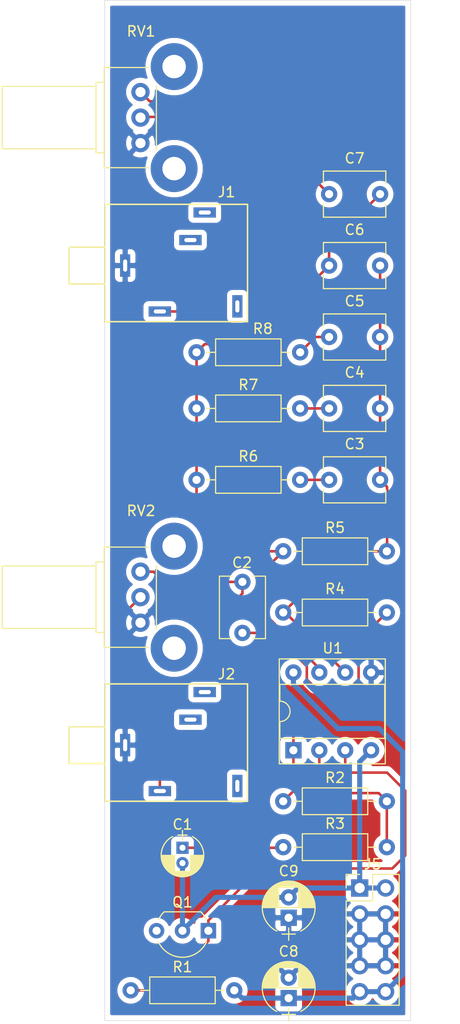
<source format=kicad_pcb>
(kicad_pcb (version 20171130) (host pcbnew "(5.1.5)-3")
  (layers (0 F.Cu signal) (31 B.Cu signal) (34 B.Paste user) (35 F.Paste user) (36 B.SilkS user) (37 F.SilkS user) (38 B.Mask user) (39 F.Mask user) (44 Edge.Cuts user))
  (net 0 "")
  (net 1 "Net-(C2-Pad2)")
  (net 2 "Net-(C7-Pad1)")
  (net 3 GND)
  (net 4 "Net-(J1-Pad2)")
  (net 5 "Net-(J1-Pad3)")
  (net 6 "Net-(J2-Pad3)")
  (net 7 "Net-(J2-Pad2)")
  (net 8 -12v)
  (net 9 "Net-(C1-Pad1)")
  (net 10 "Net-(C2-Pad1)")
  (net 11 "Net-(C3-Pad2)")
  (net 12 "Net-(C3-Pad1)")
  (net 13 "Net-(C4-Pad1)")
  (net 14 "Net-(C5-Pad1)")
  (net 15 "Net-(C6-Pad1)")
  (net 16 +12v)
  (net 17 "Net-(Q1-Pad1)")
  (net 18 "Net-(Q1-Pad3)")
  (net 19 "Net-(R2-Pad2)")
  (module Custom_Library:Mono_Jack_3.5mm_Switch_Switchcraft_35RAPC2AH3 (layer F.Cu) (at 0 26)
    (fp_text reference J1 (at 11.938 -7.204) (layer F.SilkS))
    (fp_text value AudioJack1_Switch)
    (pad ~ thru_hole rect (at 9.8 -5.2) (size 2.2 1) (drill oval 1.2 0.4) (layers *.Cu *.Mask))
    (pad ~ thru_hole rect (at 8.4 -2.5) (size 2.2 1) (drill oval 1.2 0.4) (layers *.Cu *.Mask))
    (pad 2 thru_hole rect (at 13 4) (size 1 2.2) (drill oval 0.4 1.2) (layers *.Cu *.Mask) (net 4 "Net-(J1-Pad2)"))
    (pad 3 thru_hole rect (at 5.4 4.5) (size 2.2 1) (drill oval 1.2 0.4) (layers *.Cu *.Mask) (net 5 "Net-(J1-Pad3)"))
    (pad 1 thru_hole rect (at 2 0) (size 1 2.2) (drill oval 0.4 1.2) (layers *.Cu *.Mask) (net 3 GND))
  )
  (module Custom_Library:Mono_Jack_3.5mm_Switch_Switchcraft_35RAPC2AH3 (layer F.Cu) (at 0 73)
    (fp_text reference J2 (at 11.938 -6.96) (layer F.SilkS))
    (fp_text value AudioJack1_Switch)
    (pad 1 thru_hole rect (at 2 0) (size 1 2.2) (drill oval 0.4 1.2) (layers *.Cu *.Mask) (net 3 GND))
    (pad 3 thru_hole rect (at 5.4 4.5) (size 2.2 1) (drill oval 1.2 0.4) (layers *.Cu *.Mask) (net 6 "Net-(J2-Pad3)"))
    (pad 2 thru_hole rect (at 13 4) (size 1 2.2) (drill oval 0.4 1.2) (layers *.Cu *.Mask) (net 7 "Net-(J2-Pad2)"))
    (pad ~ thru_hole rect (at 8.4 -2.5) (size 2.2 1) (drill oval 1.2 0.4) (layers *.Cu *.Mask))
    (pad ~ thru_hole rect (at 9.8 -5.2) (size 2.2 1) (drill oval 1.2 0.4) (layers *.Cu *.Mask))
  )
  (module Potentiometers:Potentiometer_Bourns_PTV09A-2_Vertical (layer F.Cu) (at 3.5 9 180)
    (fp_text reference RV1 (at -0.056 5.952) (layer F.SilkS))
    (fp_text value 20k)
    (pad 3 thru_hole circle (at 0 -5 180) (size 1.8 1.8) (drill 1) (layers *.Cu *.Mask) (net 3 GND))
    (pad 2 thru_hole circle (at 0 -2.5 180) (size 1.8 1.8) (drill 1) (layers *.Cu *.Mask) (net 5 "Net-(J1-Pad3)"))
    (pad 1 thru_hole circle (at 0 0 180) (size 1.8 1.8) (drill 1) (layers *.Cu *.Mask) (net 2 "Net-(C7-Pad1)"))
    (pad 0 thru_hole circle (at -3.3 -7.5 180) (size 4.6 4.6) (drill 2.3) (layers *.Cu *.Mask))
    (pad 0 thru_hole circle (at -3.3 2.5 180) (size 4.6 4.6) (drill 2.3) (layers *.Cu *.Mask))
  )
  (module Potentiometers:Potentiometer_Bourns_PTV09A-2_Vertical (layer F.Cu) (at 3.5 56 180)
    (fp_text reference RV2 (at -0.056 5.962) (layer F.SilkS))
    (fp_text value 20k)
    (pad 0 thru_hole circle (at -3.3 2.5 180) (size 4.6 4.6) (drill 2.3) (layers *.Cu *.Mask))
    (pad 0 thru_hole circle (at -3.3 -7.5 180) (size 4.6 4.6) (drill 2.3) (layers *.Cu *.Mask))
    (pad 1 thru_hole circle (at 0 0 180) (size 1.8 1.8) (drill 1) (layers *.Cu *.Mask) (net 1 "Net-(C2-Pad2)"))
    (pad 2 thru_hole circle (at 0 -2.5 180) (size 1.8 1.8) (drill 1) (layers *.Cu *.Mask) (net 6 "Net-(J2-Pad3)"))
    (pad 3 thru_hole circle (at 0 -5 180) (size 1.8 1.8) (drill 1) (layers *.Cu *.Mask) (net 3 GND))
  )
  (module Capacitors_THT:CP_Radial_D4.0mm_P1.50mm (layer F.Cu) (at 7.62 83.058 270)
    (fp_text reference C1 (at -2.286 0 180) (layer F.SilkS))
    (fp_text value 10u)
    (pad 2 thru_hole circle (at 1.5 0 270) (size 1.2 1.2) (drill 0.6) (layers *.Cu *.Mask) (net 8 -12v))
    (pad 1 thru_hole rect (at 0 0 270) (size 1.2 1.2) (drill 0.6) (layers *.Cu *.Mask) (net 9 "Net-(C1-Pad1)"))
  )
  (module Capacitors_THT:C_Disc_D6.0mm_W4.4mm_P5.00mm (layer F.Cu) (at 13.5 62 90)
    (fp_text reference C2 (at 6.882 -0.038 180) (layer F.SilkS))
    (fp_text value 10u)
    (pad 1 thru_hole circle (at 0 0 90) (size 1.6 1.6) (drill 0.8) (layers *.Cu *.Mask) (net 10 "Net-(C2-Pad1)"))
    (pad 2 thru_hole circle (at 5 0 90) (size 1.6 1.6) (drill 0.8) (layers *.Cu *.Mask) (net 1 "Net-(C2-Pad2)"))
  )
  (module Capacitors_THT:C_Disc_D6.0mm_W4.4mm_P5.00mm (layer F.Cu) (at 22 47)
    (fp_text reference C3 (at 2.5 -3.51) (layer F.SilkS))
    (fp_text value 820p)
    (pad 2 thru_hole circle (at 5 0) (size 1.6 1.6) (drill 0.8) (layers *.Cu *.Mask) (net 11 "Net-(C3-Pad2)"))
    (pad 1 thru_hole circle (at 0 0) (size 1.6 1.6) (drill 0.8) (layers *.Cu *.Mask) (net 12 "Net-(C3-Pad1)"))
  )
  (module Capacitors_THT:C_Disc_D6.0mm_W4.4mm_P5.00mm (layer F.Cu) (at 22 40)
    (fp_text reference C4 (at 2.5 -3.51) (layer F.SilkS))
    (fp_text value 2n2)
    (pad 1 thru_hole circle (at 0 0) (size 1.6 1.6) (drill 0.8) (layers *.Cu *.Mask) (net 13 "Net-(C4-Pad1)"))
    (pad 2 thru_hole circle (at 5 0) (size 1.6 1.6) (drill 0.8) (layers *.Cu *.Mask) (net 11 "Net-(C3-Pad2)"))
  )
  (module Capacitors_THT:C_Disc_D6.0mm_W4.4mm_P5.00mm (layer F.Cu) (at 22 33)
    (fp_text reference C5 (at 2.5 -3.51) (layer F.SilkS))
    (fp_text value 4n7)
    (pad 2 thru_hole circle (at 5 0) (size 1.6 1.6) (drill 0.8) (layers *.Cu *.Mask) (net 11 "Net-(C3-Pad2)"))
    (pad 1 thru_hole circle (at 0 0) (size 1.6 1.6) (drill 0.8) (layers *.Cu *.Mask) (net 14 "Net-(C5-Pad1)"))
  )
  (module Capacitors_THT:C_Disc_D6.0mm_W4.4mm_P5.00mm (layer F.Cu) (at 22 26)
    (fp_text reference C6 (at 2.5 -3.51) (layer F.SilkS))
    (fp_text value 1n)
    (pad 1 thru_hole circle (at 0 0) (size 1.6 1.6) (drill 0.8) (layers *.Cu *.Mask) (net 15 "Net-(C6-Pad1)"))
    (pad 2 thru_hole circle (at 5 0) (size 1.6 1.6) (drill 0.8) (layers *.Cu *.Mask) (net 11 "Net-(C3-Pad2)"))
  )
  (module Capacitors_THT:C_Disc_D6.0mm_W4.4mm_P5.00mm (layer F.Cu) (at 22 19)
    (fp_text reference C7 (at 2.5 -3.51) (layer F.SilkS))
    (fp_text value 10u)
    (pad 2 thru_hole circle (at 5 0) (size 1.6 1.6) (drill 0.8) (layers *.Cu *.Mask) (net 15 "Net-(C6-Pad1)"))
    (pad 1 thru_hole circle (at 0 0) (size 1.6 1.6) (drill 0.8) (layers *.Cu *.Mask) (net 2 "Net-(C7-Pad1)"))
  )
  (module Capacitors_THT:CP_Radial_D5.0mm_P2.00mm (layer F.Cu) (at 18.034 97.79 90)
    (fp_text reference C8 (at 4.572 0 180) (layer F.SilkS))
    (fp_text value 100u)
    (pad 2 thru_hole circle (at 2 0 90) (size 1.6 1.6) (drill 0.8) (layers *.Cu *.Mask) (net 3 GND))
    (pad 1 thru_hole rect (at 0 0 90) (size 1.6 1.6) (drill 0.8) (layers *.Cu *.Mask) (net 16 +12v))
  )
  (module Capacitors_THT:CP_Radial_D5.0mm_P2.00mm (layer F.Cu) (at 18.034 89.916 90)
    (fp_text reference C9 (at 4.572 0 180) (layer F.SilkS))
    (fp_text value 100u)
    (pad 1 thru_hole rect (at 0 0 90) (size 1.6 1.6) (drill 0.8) (layers *.Cu *.Mask) (net 3 GND))
    (pad 2 thru_hole circle (at 2 0 90) (size 1.6 1.6) (drill 0.8) (layers *.Cu *.Mask) (net 8 -12v))
  )
  (module Pin_Headers:Pin_Header_Straight_2x05_Pitch2.54mm (layer F.Cu) (at 25 87)
    (fp_text reference J5 (at 1.27 -2.33) (layer F.SilkS))
    (fp_text value Conn_02x05_Odd_Even)
    (pad 10 thru_hole oval (at 2.54 10.16) (size 1.7 1.7) (drill 1) (layers *.Cu *.Mask) (net 16 +12v))
    (pad 9 thru_hole oval (at 0 10.16) (size 1.7 1.7) (drill 1) (layers *.Cu *.Mask) (net 16 +12v))
    (pad 8 thru_hole oval (at 2.54 7.62) (size 1.7 1.7) (drill 1) (layers *.Cu *.Mask) (net 3 GND))
    (pad 7 thru_hole oval (at 0 7.62) (size 1.7 1.7) (drill 1) (layers *.Cu *.Mask) (net 3 GND))
    (pad 6 thru_hole oval (at 2.54 5.08) (size 1.7 1.7) (drill 1) (layers *.Cu *.Mask) (net 3 GND))
    (pad 5 thru_hole oval (at 0 5.08) (size 1.7 1.7) (drill 1) (layers *.Cu *.Mask) (net 3 GND))
    (pad 4 thru_hole oval (at 2.54 2.54) (size 1.7 1.7) (drill 1) (layers *.Cu *.Mask) (net 3 GND))
    (pad 3 thru_hole oval (at 0 2.54) (size 1.7 1.7) (drill 1) (layers *.Cu *.Mask) (net 3 GND))
    (pad 2 thru_hole oval (at 2.54 0) (size 1.7 1.7) (drill 1) (layers *.Cu *.Mask) (net 8 -12v))
    (pad 1 thru_hole rect (at 0 0) (size 1.7 1.7) (drill 1) (layers *.Cu *.Mask) (net 8 -12v))
  )
  (module TO_SOT_Packages_THT:TO-92_Inline_Wide (layer F.Cu) (at 10.16 91.186 180)
    (fp_text reference Q1 (at 2.54 2.794 180) (layer F.SilkS))
    (fp_text value 2N3904)
    (pad 1 thru_hole rect (at 0 0 270) (size 1.52 1.52) (drill 0.8) (layers *.Cu *.Mask) (net 17 "Net-(Q1-Pad1)"))
    (pad 3 thru_hole circle (at 5.08 0 270) (size 1.52 1.52) (drill 0.8) (layers *.Cu *.Mask) (net 18 "Net-(Q1-Pad3)"))
    (pad 2 thru_hole circle (at 2.54 0 270) (size 1.52 1.52) (drill 0.8) (layers *.Cu *.Mask) (net 8 -12v))
  )
  (module Resistors_THT:R_Axial_DIN0207_L6.3mm_D2.5mm_P10.16mm_Horizontal (layer F.Cu) (at 12.7 97.028 180)
    (fp_text reference R1 (at 5.08 2.286) (layer F.SilkS))
    (fp_text value 100k)
    (pad 2 thru_hole oval (at 10.16 0 180) (size 1.6 1.6) (drill 0.8) (layers *.Cu *.Mask) (net 17 "Net-(Q1-Pad1)"))
    (pad 1 thru_hole circle (at 0 0 180) (size 1.6 1.6) (drill 0.8) (layers *.Cu *.Mask) (net 16 +12v))
  )
  (module Resistors_THT:R_Axial_DIN0207_L6.3mm_D2.5mm_P10.16mm_Horizontal (layer F.Cu) (at 17.5 78.5)
    (fp_text reference R2 (at 5.08 -2.31) (layer F.SilkS))
    (fp_text value 100k)
    (pad 1 thru_hole circle (at 0 0) (size 1.6 1.6) (drill 0.8) (layers *.Cu *.Mask) (net 1 "Net-(C2-Pad2)"))
    (pad 2 thru_hole oval (at 10.16 0) (size 1.6 1.6) (drill 0.8) (layers *.Cu *.Mask) (net 19 "Net-(R2-Pad2)"))
  )
  (module Resistors_THT:R_Axial_DIN0207_L6.3mm_D2.5mm_P10.16mm_Horizontal (layer F.Cu) (at 17.5 83)
    (fp_text reference R3 (at 5.08 -2.31) (layer F.SilkS))
    (fp_text value 10k)
    (pad 2 thru_hole oval (at 10.16 0) (size 1.6 1.6) (drill 0.8) (layers *.Cu *.Mask) (net 19 "Net-(R2-Pad2)"))
    (pad 1 thru_hole circle (at 0 0) (size 1.6 1.6) (drill 0.8) (layers *.Cu *.Mask) (net 9 "Net-(C1-Pad1)"))
  )
  (module Resistors_THT:R_Axial_DIN0207_L6.3mm_D2.5mm_P10.16mm_Horizontal (layer F.Cu) (at 17.5 60)
    (fp_text reference R4 (at 5.08 -2.31) (layer F.SilkS))
    (fp_text value 10k)
    (pad 1 thru_hole circle (at 0 0) (size 1.6 1.6) (drill 0.8) (layers *.Cu *.Mask) (net 11 "Net-(C3-Pad2)"))
    (pad 2 thru_hole oval (at 10.16 0) (size 1.6 1.6) (drill 0.8) (layers *.Cu *.Mask) (net 10 "Net-(C2-Pad1)"))
  )
  (module Resistors_THT:R_Axial_DIN0207_L6.3mm_D2.5mm_P10.16mm_Horizontal (layer F.Cu) (at 17.5 54)
    (fp_text reference R5 (at 5.08 -2.31) (layer F.SilkS))
    (fp_text value 1m)
    (pad 1 thru_hole circle (at 0 0) (size 1.6 1.6) (drill 0.8) (layers *.Cu *.Mask) (net 15 "Net-(C6-Pad1)"))
    (pad 2 thru_hole oval (at 10.16 0) (size 1.6 1.6) (drill 0.8) (layers *.Cu *.Mask) (net 11 "Net-(C3-Pad2)"))
  )
  (module Resistors_THT:R_Axial_DIN0207_L6.3mm_D2.5mm_P10.16mm_Horizontal (layer F.Cu) (at 9 47)
    (fp_text reference R6 (at 5.08 -2.31) (layer F.SilkS))
    (fp_text value 18k)
    (pad 2 thru_hole oval (at 10.16 0) (size 1.6 1.6) (drill 0.8) (layers *.Cu *.Mask) (net 12 "Net-(C3-Pad1)"))
    (pad 1 thru_hole circle (at 0 0) (size 1.6 1.6) (drill 0.8) (layers *.Cu *.Mask) (net 15 "Net-(C6-Pad1)"))
  )
  (module Resistors_THT:R_Axial_DIN0207_L6.3mm_D2.5mm_P10.16mm_Horizontal (layer F.Cu) (at 9 40)
    (fp_text reference R7 (at 5.08 -2.31) (layer F.SilkS))
    (fp_text value 100k)
    (pad 2 thru_hole oval (at 10.16 0) (size 1.6 1.6) (drill 0.8) (layers *.Cu *.Mask) (net 13 "Net-(C4-Pad1)"))
    (pad 1 thru_hole circle (at 0 0) (size 1.6 1.6) (drill 0.8) (layers *.Cu *.Mask) (net 15 "Net-(C6-Pad1)"))
  )
  (module Resistors_THT:R_Axial_DIN0207_L6.3mm_D2.5mm_P10.16mm_Horizontal (layer F.Cu) (at 9 34.5)
    (fp_text reference R8 (at 6.494 -2.31) (layer F.SilkS))
    (fp_text value 330k)
    (pad 1 thru_hole circle (at 0 0) (size 1.6 1.6) (drill 0.8) (layers *.Cu *.Mask) (net 15 "Net-(C6-Pad1)"))
    (pad 2 thru_hole oval (at 10.16 0) (size 1.6 1.6) (drill 0.8) (layers *.Cu *.Mask) (net 14 "Net-(C5-Pad1)"))
  )
  (module Housings_DIP:DIP-8_W7.62mm_Socket (layer F.Cu) (at 18.5 73.5 90)
    (fp_text reference U1 (at 10 3.852 180) (layer F.SilkS))
    (fp_text value TL072)
    (pad 8 thru_hole oval (at 7.62 0 90) (size 1.6 1.6) (drill 0.8) (layers *.Cu *.Mask) (net 16 +12v))
    (pad 4 thru_hole oval (at 0 7.62 90) (size 1.6 1.6) (drill 0.8) (layers *.Cu *.Mask) (net 8 -12v))
    (pad 7 thru_hole oval (at 7.62 2.54 90) (size 1.6 1.6) (drill 0.8) (layers *.Cu *.Mask) (net 15 "Net-(C6-Pad1)"))
    (pad 3 thru_hole oval (at 0 5.08 90) (size 1.6 1.6) (drill 0.8) (layers *.Cu *.Mask) (net 17 "Net-(Q1-Pad1)"))
    (pad 6 thru_hole oval (at 7.62 5.08 90) (size 1.6 1.6) (drill 0.8) (layers *.Cu *.Mask) (net 11 "Net-(C3-Pad2)"))
    (pad 2 thru_hole oval (at 0 2.54 90) (size 1.6 1.6) (drill 0.8) (layers *.Cu *.Mask) (net 19 "Net-(R2-Pad2)"))
    (pad 5 thru_hole oval (at 7.62 7.62 90) (size 1.6 1.6) (drill 0.8) (layers *.Cu *.Mask) (net 3 GND))
    (pad 1 thru_hole rect (at 0 0 90) (size 1.6 1.6) (drill 0.8) (layers *.Cu *.Mask) (net 1 "Net-(C2-Pad2)"))
  )
  (gr_line (start 0 0) (end 30 0) (layer Edge.Cuts) (width 0.05))
  (gr_line (start 30 0) (end 30 100) (layer Edge.Cuts) (width 0.05))
  (gr_line (start 0 100) (end 30 100) (layer Edge.Cuts) (width 0.05))
  (gr_line (start 0 0) (end 0 100) (layer Edge.Cuts) (width 0.05))
  (segment (start 12.36863 57) (end 13.5 57) (width 0.25) (layer F.Cu) (net 1))
  (segment (start 5.772792 57) (end 12.36863 57) (width 0.25) (layer F.Cu) (net 1))
  (segment (start 4.772792 56) (end 5.772792 57) (width 0.25) (layer F.Cu) (net 1))
  (segment (start 3.5 56) (end 4.772792 56) (width 0.25) (layer F.Cu) (net 1))
  (segment (start 18.5 77.5) (end 17.5 78.5) (width 0.25) (layer F.Cu) (net 1))
  (segment (start 18.5 73.5) (end 18.5 77.5) (width 0.25) (layer F.Cu) (net 1))
  (segment (start 11.938 62.484) (end 18.5 69.046) (width 0.25) (layer F.Cu) (net 1))
  (segment (start 11.938 59.69337) (end 11.938 62.484) (width 0.25) (layer F.Cu) (net 1))
  (segment (start 13.5 57) (end 13.5 58.13137) (width 0.25) (layer F.Cu) (net 1))
  (segment (start 18.5 69.046) (end 18.5 73.5) (width 0.25) (layer F.Cu) (net 1))
  (segment (start 13.5 58.13137) (end 11.938 59.69337) (width 0.25) (layer F.Cu) (net 1))
  (segment (start 4.406 9.906) (end 3.5 9) (width 0.25) (layer F.Cu) (net 2))
  (segment (start 22 19) (end 12.906 9.906) (width 0.25) (layer F.Cu) (net 2))
  (segment (start 12.906 9.906) (end 4.406 9.906) (width 0.25) (layer F.Cu) (net 2))
  (segment (start 7.6 30.5) (end 5.4 30.5) (width 0.25) (layer F.Cu) (net 5))
  (segment (start 3.57 11.43) (end 8.89 11.43) (width 0.25) (layer F.Cu) (net 5))
  (segment (start 3.5 11.5) (end 3.57 11.43) (width 0.25) (layer F.Cu) (net 5))
  (segment (start 8.89 11.43) (end 15.494 18.034) (width 0.25) (layer F.Cu) (net 5))
  (segment (start 15.494 18.034) (end 15.494 22.606) (width 0.25) (layer F.Cu) (net 5))
  (segment (start 15.494 22.606) (end 7.6 30.5) (width 0.25) (layer F.Cu) (net 5))
  (segment (start 3.5 58.5) (end 1.778 60.222) (width 0.25) (layer F.Cu) (net 6))
  (segment (start 1.778 60.222) (end 1.778 65.024) (width 0.25) (layer F.Cu) (net 6))
  (segment (start 5.4 68.646) (end 5.4 77.5) (width 0.25) (layer F.Cu) (net 6))
  (segment (start 1.778 65.024) (end 5.4 68.646) (width 0.25) (layer F.Cu) (net 6))
  (segment (start 27.54 87) (end 25 87) (width 0.5) (layer B.Cu) (net 8))
  (segment (start 18.95 87) (end 18.034 87.916) (width 0.5) (layer B.Cu) (net 8))
  (segment (start 25 87) (end 18.95 87) (width 0.5) (layer B.Cu) (net 8))
  (segment (start 10.89 87.916) (end 7.62 91.186) (width 0.5) (layer B.Cu) (net 8))
  (segment (start 18.034 87.916) (end 10.89 87.916) (width 0.5) (layer B.Cu) (net 8))
  (segment (start 7.62 84.558) (end 7.62 91.186) (width 0.5) (layer B.Cu) (net 8))
  (segment (start 25 74.62) (end 26.12 73.5) (width 0.5) (layer B.Cu) (net 8))
  (segment (start 25 87) (end 25 74.62) (width 0.5) (layer B.Cu) (net 8))
  (segment (start 17.442 83.058) (end 17.5 83) (width 0.25) (layer F.Cu) (net 9))
  (segment (start 7.62 83.058) (end 17.442 83.058) (width 0.25) (layer F.Cu) (net 9))
  (segment (start 24.892 62.768) (end 26.860001 60.799999) (width 0.25) (layer F.Cu) (net 10))
  (segment (start 24.892 66.548) (end 24.892 62.768) (width 0.25) (layer F.Cu) (net 10))
  (segment (start 24.13 67.31) (end 24.892 66.548) (width 0.25) (layer F.Cu) (net 10))
  (segment (start 26.860001 60.799999) (end 27.66 60) (width 0.25) (layer F.Cu) (net 10))
  (segment (start 16.534 62) (end 19.812 65.278) (width 0.25) (layer F.Cu) (net 10))
  (segment (start 19.812 65.278) (end 19.812 66.559501) (width 0.25) (layer F.Cu) (net 10))
  (segment (start 20.562499 67.31) (end 24.13 67.31) (width 0.25) (layer F.Cu) (net 10))
  (segment (start 13.5 62) (end 16.534 62) (width 0.25) (layer F.Cu) (net 10))
  (segment (start 19.812 66.559501) (end 20.562499 67.31) (width 0.25) (layer F.Cu) (net 10))
  (segment (start 17.7 60) (end 17.5 60) (width 0.25) (layer F.Cu) (net 11))
  (segment (start 23.58 65.88) (end 17.7 60) (width 0.25) (layer F.Cu) (net 11))
  (segment (start 23.5 54) (end 27.66 54) (width 0.25) (layer F.Cu) (net 11))
  (segment (start 17.5 60) (end 23.5 54) (width 0.25) (layer F.Cu) (net 11))
  (segment (start 27 47) (end 27.686 47.686) (width 0.25) (layer F.Cu) (net 11))
  (segment (start 27.686 53.974) (end 27.66 54) (width 0.25) (layer F.Cu) (net 11))
  (segment (start 27.686 47.686) (end 27.686 53.974) (width 0.25) (layer F.Cu) (net 11))
  (segment (start 27 45.86863) (end 27 40) (width 0.25) (layer F.Cu) (net 11))
  (segment (start 27 47) (end 27 45.86863) (width 0.25) (layer F.Cu) (net 11))
  (segment (start 27 27.13137) (end 27 33) (width 0.25) (layer F.Cu) (net 11))
  (segment (start 27 26) (end 27 27.13137) (width 0.25) (layer F.Cu) (net 11))
  (segment (start 27 33) (end 27 40) (width 0.25) (layer F.Cu) (net 11))
  (segment (start 19.16 47) (end 22 47) (width 0.25) (layer F.Cu) (net 12))
  (segment (start 20.29137 40) (end 22 40) (width 0.25) (layer F.Cu) (net 13))
  (segment (start 19.16 40) (end 20.29137 40) (width 0.25) (layer F.Cu) (net 13))
  (segment (start 20.66 33) (end 22 33) (width 0.25) (layer F.Cu) (net 14))
  (segment (start 19.16 34.5) (end 20.66 33) (width 0.25) (layer F.Cu) (net 14))
  (segment (start 16.700001 54.799999) (end 17.5 54) (width 0.25) (layer F.Cu) (net 15))
  (segment (start 16.002 60.452) (end 16.002 55.498) (width 0.25) (layer F.Cu) (net 15))
  (segment (start 16.002 55.498) (end 16.700001 54.799999) (width 0.25) (layer F.Cu) (net 15))
  (segment (start 21.04 65.88) (end 21.04 65.49) (width 0.25) (layer F.Cu) (net 15))
  (segment (start 21.04 65.49) (end 16.002 60.452) (width 0.25) (layer F.Cu) (net 15))
  (segment (start 9 48.37) (end 9 47) (width 0.25) (layer F.Cu) (net 15))
  (segment (start 17.5 54) (end 14.63 54) (width 0.25) (layer F.Cu) (net 15))
  (segment (start 14.63 54) (end 9 48.37) (width 0.25) (layer F.Cu) (net 15))
  (segment (start 9 47) (end 9 34.5) (width 0.25) (layer F.Cu) (net 15))
  (segment (start 21.200001 26.799999) (end 22 26) (width 0.25) (layer F.Cu) (net 15))
  (segment (start 14.299999 33.700001) (end 21.200001 26.799999) (width 0.25) (layer F.Cu) (net 15))
  (segment (start 9.799999 33.700001) (end 14.299999 33.700001) (width 0.25) (layer F.Cu) (net 15))
  (segment (start 9 34.5) (end 9.799999 33.700001) (width 0.25) (layer F.Cu) (net 15))
  (segment (start 22 24) (end 27 19) (width 0.25) (layer F.Cu) (net 15))
  (segment (start 22 26) (end 22 24) (width 0.25) (layer F.Cu) (net 15))
  (segment (start 27.54 97.16) (end 25 97.16) (width 0.5) (layer B.Cu) (net 16))
  (segment (start 13.462 97.79) (end 12.7 97.028) (width 0.5) (layer B.Cu) (net 16))
  (segment (start 18.034 97.79) (end 13.462 97.79) (width 0.5) (layer B.Cu) (net 16))
  (segment (start 24.37 97.79) (end 18.034 97.79) (width 0.5) (layer B.Cu) (net 16))
  (segment (start 25 97.16) (end 24.37 97.79) (width 0.5) (layer B.Cu) (net 16))
  (segment (start 28.389999 96.310001) (end 27.54 97.16) (width 0.5) (layer B.Cu) (net 16))
  (segment (start 29.21 95.49) (end 28.389999 96.310001) (width 0.5) (layer B.Cu) (net 16))
  (segment (start 29.21 73.66) (end 29.21 95.49) (width 0.5) (layer B.Cu) (net 16))
  (segment (start 18.5 67.01137) (end 22.86263 71.374) (width 0.5) (layer B.Cu) (net 16))
  (segment (start 22.86263 71.374) (end 26.924 71.374) (width 0.5) (layer B.Cu) (net 16))
  (segment (start 18.5 65.88) (end 18.5 67.01137) (width 0.5) (layer B.Cu) (net 16))
  (segment (start 26.924 71.374) (end 29.21 73.66) (width 0.5) (layer B.Cu) (net 16))
  (segment (start 10.16 92.196) (end 10.16 91.186) (width 0.25) (layer F.Cu) (net 17))
  (segment (start 5.328 97.028) (end 10.16 92.196) (width 0.25) (layer F.Cu) (net 17))
  (segment (start 2.54 97.028) (end 5.328 97.028) (width 0.25) (layer F.Cu) (net 17))
  (segment (start 24.13 75.692) (end 23.58 75.142) (width 0.25) (layer F.Cu) (net 17))
  (segment (start 27.686 75.692) (end 24.13 75.692) (width 0.25) (layer F.Cu) (net 17))
  (segment (start 10.16 90.176) (end 15.246 85.09) (width 0.25) (layer F.Cu) (net 17))
  (segment (start 23.58 75.142) (end 23.58 73.5) (width 0.25) (layer F.Cu) (net 17))
  (segment (start 29.464 77.47) (end 27.686 75.692) (width 0.25) (layer F.Cu) (net 17))
  (segment (start 28.194 85.09) (end 29.464 83.82) (width 0.25) (layer F.Cu) (net 17))
  (segment (start 10.16 91.186) (end 10.16 90.176) (width 0.25) (layer F.Cu) (net 17))
  (segment (start 29.464 83.82) (end 29.464 77.47) (width 0.25) (layer F.Cu) (net 17))
  (segment (start 15.246 85.09) (end 28.194 85.09) (width 0.25) (layer F.Cu) (net 17))
  (segment (start 27.66 81.86863) (end 27.66 78.5) (width 0.25) (layer F.Cu) (net 19))
  (segment (start 27.66 83) (end 27.66 81.86863) (width 0.25) (layer F.Cu) (net 19))
  (segment (start 26.860001 77.700001) (end 23.344001 77.700001) (width 0.25) (layer F.Cu) (net 19))
  (segment (start 27.66 78.5) (end 26.860001 77.700001) (width 0.25) (layer F.Cu) (net 19))
  (segment (start 21.04 75.396) (end 21.04 73.5) (width 0.25) (layer F.Cu) (net 19))
  (segment (start 23.344001 77.700001) (end 21.04 75.396) (width 0.25) (layer F.Cu) (net 19))
  (zone (net 3) (net_name GND) (layer B.Cu) (connect_pads (clearance 0.508)) (min_thickness 0.254) (fill yes (arc_segments 32) (thermal_gap 0.508) (thermal_bridge_width 0.508))
    (polygon (pts (xy 29.972 100.076) (xy 0 100.076) (xy 0 0) (xy 29.972 0)))
  )
  (zone (net 3) (net_name GND) (layer F.Cu) (connect_pads (clearance 0.508)) (min_thickness 0.254) (fill yes (arc_segments 32) (thermal_gap 0.508) (thermal_bridge_width 0.508))
    (polygon (pts (xy 30.226 100.076) (xy 0 99.822) (xy 0 0) (xy 29.972 0)))
  )
)
</source>
